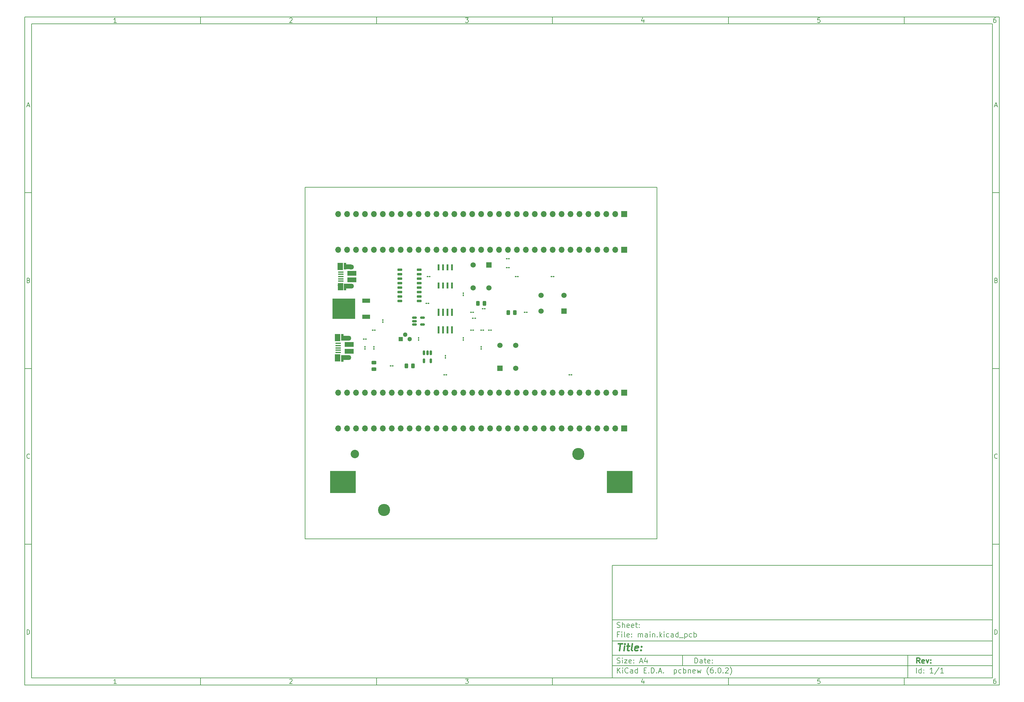
<source format=gbr>
%TF.GenerationSoftware,KiCad,Pcbnew,(6.0.2)*%
%TF.CreationDate,2022-03-19T17:29:52+02:00*%
%TF.ProjectId,main,6d61696e-2e6b-4696-9361-645f70636258,rev?*%
%TF.SameCoordinates,Original*%
%TF.FileFunction,Soldermask,Top*%
%TF.FilePolarity,Negative*%
%FSLAX46Y46*%
G04 Gerber Fmt 4.6, Leading zero omitted, Abs format (unit mm)*
G04 Created by KiCad (PCBNEW (6.0.2)) date 2022-03-19 17:29:52*
%MOMM*%
%LPD*%
G01*
G04 APERTURE LIST*
G04 Aperture macros list*
%AMRoundRect*
0 Rectangle with rounded corners*
0 $1 Rounding radius*
0 $2 $3 $4 $5 $6 $7 $8 $9 X,Y pos of 4 corners*
0 Add a 4 corners polygon primitive as box body*
4,1,4,$2,$3,$4,$5,$6,$7,$8,$9,$2,$3,0*
0 Add four circle primitives for the rounded corners*
1,1,$1+$1,$2,$3*
1,1,$1+$1,$4,$5*
1,1,$1+$1,$6,$7*
1,1,$1+$1,$8,$9*
0 Add four rect primitives between the rounded corners*
20,1,$1+$1,$2,$3,$4,$5,0*
20,1,$1+$1,$4,$5,$6,$7,0*
20,1,$1+$1,$6,$7,$8,$9,0*
20,1,$1+$1,$8,$9,$2,$3,0*%
G04 Aperture macros list end*
%ADD10C,0.100000*%
%ADD11C,0.150000*%
%ADD12C,0.300000*%
%ADD13C,0.400000*%
%TA.AperFunction,Profile*%
%ADD14C,0.150000*%
%TD*%
%ADD15RoundRect,0.100000X-0.130000X-0.100000X0.130000X-0.100000X0.130000X0.100000X-0.130000X0.100000X0*%
%ADD16RoundRect,0.150000X-0.150000X0.512500X-0.150000X-0.512500X0.150000X-0.512500X0.150000X0.512500X0*%
%ADD17RoundRect,0.100000X0.130000X0.100000X-0.130000X0.100000X-0.130000X-0.100000X0.130000X-0.100000X0*%
%ADD18RoundRect,0.049600X-0.605400X-0.260400X0.605400X-0.260400X0.605400X0.260400X-0.605400X0.260400X0*%
%ADD19RoundRect,0.150000X-0.512500X-0.150000X0.512500X-0.150000X0.512500X0.150000X-0.512500X0.150000X0*%
%ADD20RoundRect,0.243750X0.243750X0.456250X-0.243750X0.456250X-0.243750X-0.456250X0.243750X-0.456250X0*%
%ADD21R,1.650000X0.400000*%
%ADD22R,0.700000X1.825000*%
%ADD23O,1.700000X1.350000*%
%ADD24O,1.500000X1.100000*%
%ADD25R,2.500000X1.430000*%
%ADD26R,2.000000X1.350000*%
%ADD27R,1.500000X2.000000*%
%ADD28RoundRect,0.100000X0.100000X-0.130000X0.100000X0.130000X-0.100000X0.130000X-0.100000X-0.130000X0*%
%ADD29RoundRect,0.039900X0.245100X-0.945100X0.245100X0.945100X-0.245100X0.945100X-0.245100X-0.945100X0*%
%ADD30C,1.498000*%
%ADD31R,1.498000X1.498000*%
%ADD32R,1.700000X1.700000*%
%ADD33O,1.700000X1.700000*%
%ADD34R,0.533400X1.701800*%
%ADD35RoundRect,0.243750X-0.243750X-0.456250X0.243750X-0.456250X0.243750X0.456250X-0.243750X0.456250X0*%
%ADD36RoundRect,0.100000X-0.100000X0.130000X-0.100000X-0.130000X0.100000X-0.130000X0.100000X0.130000X0*%
%ADD37RoundRect,0.243750X0.456250X-0.243750X0.456250X0.243750X-0.456250X0.243750X-0.456250X-0.243750X0*%
%ADD38R,7.340000X6.350000*%
%ADD39C,2.390000*%
%ADD40C,3.450000*%
%ADD41R,1.300000X1.300000*%
%ADD42C,1.300000*%
%ADD43R,2.200000X1.200000*%
%ADD44R,6.400000X5.800000*%
G04 APERTURE END LIST*
D10*
D11*
X177002200Y-166007200D02*
X177002200Y-198007200D01*
X285002200Y-198007200D01*
X285002200Y-166007200D01*
X177002200Y-166007200D01*
D10*
D11*
X10000000Y-10000000D02*
X10000000Y-200007200D01*
X287002200Y-200007200D01*
X287002200Y-10000000D01*
X10000000Y-10000000D01*
D10*
D11*
X12000000Y-12000000D02*
X12000000Y-198007200D01*
X285002200Y-198007200D01*
X285002200Y-12000000D01*
X12000000Y-12000000D01*
D10*
D11*
X60000000Y-12000000D02*
X60000000Y-10000000D01*
D10*
D11*
X110000000Y-12000000D02*
X110000000Y-10000000D01*
D10*
D11*
X160000000Y-12000000D02*
X160000000Y-10000000D01*
D10*
D11*
X210000000Y-12000000D02*
X210000000Y-10000000D01*
D10*
D11*
X260000000Y-12000000D02*
X260000000Y-10000000D01*
D10*
D11*
X36065476Y-11588095D02*
X35322619Y-11588095D01*
X35694047Y-11588095D02*
X35694047Y-10288095D01*
X35570238Y-10473809D01*
X35446428Y-10597619D01*
X35322619Y-10659523D01*
D10*
D11*
X85322619Y-10411904D02*
X85384523Y-10350000D01*
X85508333Y-10288095D01*
X85817857Y-10288095D01*
X85941666Y-10350000D01*
X86003571Y-10411904D01*
X86065476Y-10535714D01*
X86065476Y-10659523D01*
X86003571Y-10845238D01*
X85260714Y-11588095D01*
X86065476Y-11588095D01*
D10*
D11*
X135260714Y-10288095D02*
X136065476Y-10288095D01*
X135632142Y-10783333D01*
X135817857Y-10783333D01*
X135941666Y-10845238D01*
X136003571Y-10907142D01*
X136065476Y-11030952D01*
X136065476Y-11340476D01*
X136003571Y-11464285D01*
X135941666Y-11526190D01*
X135817857Y-11588095D01*
X135446428Y-11588095D01*
X135322619Y-11526190D01*
X135260714Y-11464285D01*
D10*
D11*
X185941666Y-10721428D02*
X185941666Y-11588095D01*
X185632142Y-10226190D02*
X185322619Y-11154761D01*
X186127380Y-11154761D01*
D10*
D11*
X236003571Y-10288095D02*
X235384523Y-10288095D01*
X235322619Y-10907142D01*
X235384523Y-10845238D01*
X235508333Y-10783333D01*
X235817857Y-10783333D01*
X235941666Y-10845238D01*
X236003571Y-10907142D01*
X236065476Y-11030952D01*
X236065476Y-11340476D01*
X236003571Y-11464285D01*
X235941666Y-11526190D01*
X235817857Y-11588095D01*
X235508333Y-11588095D01*
X235384523Y-11526190D01*
X235322619Y-11464285D01*
D10*
D11*
X285941666Y-10288095D02*
X285694047Y-10288095D01*
X285570238Y-10350000D01*
X285508333Y-10411904D01*
X285384523Y-10597619D01*
X285322619Y-10845238D01*
X285322619Y-11340476D01*
X285384523Y-11464285D01*
X285446428Y-11526190D01*
X285570238Y-11588095D01*
X285817857Y-11588095D01*
X285941666Y-11526190D01*
X286003571Y-11464285D01*
X286065476Y-11340476D01*
X286065476Y-11030952D01*
X286003571Y-10907142D01*
X285941666Y-10845238D01*
X285817857Y-10783333D01*
X285570238Y-10783333D01*
X285446428Y-10845238D01*
X285384523Y-10907142D01*
X285322619Y-11030952D01*
D10*
D11*
X60000000Y-198007200D02*
X60000000Y-200007200D01*
D10*
D11*
X110000000Y-198007200D02*
X110000000Y-200007200D01*
D10*
D11*
X160000000Y-198007200D02*
X160000000Y-200007200D01*
D10*
D11*
X210000000Y-198007200D02*
X210000000Y-200007200D01*
D10*
D11*
X260000000Y-198007200D02*
X260000000Y-200007200D01*
D10*
D11*
X36065476Y-199595295D02*
X35322619Y-199595295D01*
X35694047Y-199595295D02*
X35694047Y-198295295D01*
X35570238Y-198481009D01*
X35446428Y-198604819D01*
X35322619Y-198666723D01*
D10*
D11*
X85322619Y-198419104D02*
X85384523Y-198357200D01*
X85508333Y-198295295D01*
X85817857Y-198295295D01*
X85941666Y-198357200D01*
X86003571Y-198419104D01*
X86065476Y-198542914D01*
X86065476Y-198666723D01*
X86003571Y-198852438D01*
X85260714Y-199595295D01*
X86065476Y-199595295D01*
D10*
D11*
X135260714Y-198295295D02*
X136065476Y-198295295D01*
X135632142Y-198790533D01*
X135817857Y-198790533D01*
X135941666Y-198852438D01*
X136003571Y-198914342D01*
X136065476Y-199038152D01*
X136065476Y-199347676D01*
X136003571Y-199471485D01*
X135941666Y-199533390D01*
X135817857Y-199595295D01*
X135446428Y-199595295D01*
X135322619Y-199533390D01*
X135260714Y-199471485D01*
D10*
D11*
X185941666Y-198728628D02*
X185941666Y-199595295D01*
X185632142Y-198233390D02*
X185322619Y-199161961D01*
X186127380Y-199161961D01*
D10*
D11*
X236003571Y-198295295D02*
X235384523Y-198295295D01*
X235322619Y-198914342D01*
X235384523Y-198852438D01*
X235508333Y-198790533D01*
X235817857Y-198790533D01*
X235941666Y-198852438D01*
X236003571Y-198914342D01*
X236065476Y-199038152D01*
X236065476Y-199347676D01*
X236003571Y-199471485D01*
X235941666Y-199533390D01*
X235817857Y-199595295D01*
X235508333Y-199595295D01*
X235384523Y-199533390D01*
X235322619Y-199471485D01*
D10*
D11*
X285941666Y-198295295D02*
X285694047Y-198295295D01*
X285570238Y-198357200D01*
X285508333Y-198419104D01*
X285384523Y-198604819D01*
X285322619Y-198852438D01*
X285322619Y-199347676D01*
X285384523Y-199471485D01*
X285446428Y-199533390D01*
X285570238Y-199595295D01*
X285817857Y-199595295D01*
X285941666Y-199533390D01*
X286003571Y-199471485D01*
X286065476Y-199347676D01*
X286065476Y-199038152D01*
X286003571Y-198914342D01*
X285941666Y-198852438D01*
X285817857Y-198790533D01*
X285570238Y-198790533D01*
X285446428Y-198852438D01*
X285384523Y-198914342D01*
X285322619Y-199038152D01*
D10*
D11*
X10000000Y-60000000D02*
X12000000Y-60000000D01*
D10*
D11*
X10000000Y-110000000D02*
X12000000Y-110000000D01*
D10*
D11*
X10000000Y-160000000D02*
X12000000Y-160000000D01*
D10*
D11*
X10690476Y-35216666D02*
X11309523Y-35216666D01*
X10566666Y-35588095D02*
X11000000Y-34288095D01*
X11433333Y-35588095D01*
D10*
D11*
X11092857Y-84907142D02*
X11278571Y-84969047D01*
X11340476Y-85030952D01*
X11402380Y-85154761D01*
X11402380Y-85340476D01*
X11340476Y-85464285D01*
X11278571Y-85526190D01*
X11154761Y-85588095D01*
X10659523Y-85588095D01*
X10659523Y-84288095D01*
X11092857Y-84288095D01*
X11216666Y-84350000D01*
X11278571Y-84411904D01*
X11340476Y-84535714D01*
X11340476Y-84659523D01*
X11278571Y-84783333D01*
X11216666Y-84845238D01*
X11092857Y-84907142D01*
X10659523Y-84907142D01*
D10*
D11*
X11402380Y-135464285D02*
X11340476Y-135526190D01*
X11154761Y-135588095D01*
X11030952Y-135588095D01*
X10845238Y-135526190D01*
X10721428Y-135402380D01*
X10659523Y-135278571D01*
X10597619Y-135030952D01*
X10597619Y-134845238D01*
X10659523Y-134597619D01*
X10721428Y-134473809D01*
X10845238Y-134350000D01*
X11030952Y-134288095D01*
X11154761Y-134288095D01*
X11340476Y-134350000D01*
X11402380Y-134411904D01*
D10*
D11*
X10659523Y-185588095D02*
X10659523Y-184288095D01*
X10969047Y-184288095D01*
X11154761Y-184350000D01*
X11278571Y-184473809D01*
X11340476Y-184597619D01*
X11402380Y-184845238D01*
X11402380Y-185030952D01*
X11340476Y-185278571D01*
X11278571Y-185402380D01*
X11154761Y-185526190D01*
X10969047Y-185588095D01*
X10659523Y-185588095D01*
D10*
D11*
X287002200Y-60000000D02*
X285002200Y-60000000D01*
D10*
D11*
X287002200Y-110000000D02*
X285002200Y-110000000D01*
D10*
D11*
X287002200Y-160000000D02*
X285002200Y-160000000D01*
D10*
D11*
X285692676Y-35216666D02*
X286311723Y-35216666D01*
X285568866Y-35588095D02*
X286002200Y-34288095D01*
X286435533Y-35588095D01*
D10*
D11*
X286095057Y-84907142D02*
X286280771Y-84969047D01*
X286342676Y-85030952D01*
X286404580Y-85154761D01*
X286404580Y-85340476D01*
X286342676Y-85464285D01*
X286280771Y-85526190D01*
X286156961Y-85588095D01*
X285661723Y-85588095D01*
X285661723Y-84288095D01*
X286095057Y-84288095D01*
X286218866Y-84350000D01*
X286280771Y-84411904D01*
X286342676Y-84535714D01*
X286342676Y-84659523D01*
X286280771Y-84783333D01*
X286218866Y-84845238D01*
X286095057Y-84907142D01*
X285661723Y-84907142D01*
D10*
D11*
X286404580Y-135464285D02*
X286342676Y-135526190D01*
X286156961Y-135588095D01*
X286033152Y-135588095D01*
X285847438Y-135526190D01*
X285723628Y-135402380D01*
X285661723Y-135278571D01*
X285599819Y-135030952D01*
X285599819Y-134845238D01*
X285661723Y-134597619D01*
X285723628Y-134473809D01*
X285847438Y-134350000D01*
X286033152Y-134288095D01*
X286156961Y-134288095D01*
X286342676Y-134350000D01*
X286404580Y-134411904D01*
D10*
D11*
X285661723Y-185588095D02*
X285661723Y-184288095D01*
X285971247Y-184288095D01*
X286156961Y-184350000D01*
X286280771Y-184473809D01*
X286342676Y-184597619D01*
X286404580Y-184845238D01*
X286404580Y-185030952D01*
X286342676Y-185278571D01*
X286280771Y-185402380D01*
X286156961Y-185526190D01*
X285971247Y-185588095D01*
X285661723Y-185588095D01*
D10*
D11*
X200434342Y-193785771D02*
X200434342Y-192285771D01*
X200791485Y-192285771D01*
X201005771Y-192357200D01*
X201148628Y-192500057D01*
X201220057Y-192642914D01*
X201291485Y-192928628D01*
X201291485Y-193142914D01*
X201220057Y-193428628D01*
X201148628Y-193571485D01*
X201005771Y-193714342D01*
X200791485Y-193785771D01*
X200434342Y-193785771D01*
X202577200Y-193785771D02*
X202577200Y-193000057D01*
X202505771Y-192857200D01*
X202362914Y-192785771D01*
X202077200Y-192785771D01*
X201934342Y-192857200D01*
X202577200Y-193714342D02*
X202434342Y-193785771D01*
X202077200Y-193785771D01*
X201934342Y-193714342D01*
X201862914Y-193571485D01*
X201862914Y-193428628D01*
X201934342Y-193285771D01*
X202077200Y-193214342D01*
X202434342Y-193214342D01*
X202577200Y-193142914D01*
X203077200Y-192785771D02*
X203648628Y-192785771D01*
X203291485Y-192285771D02*
X203291485Y-193571485D01*
X203362914Y-193714342D01*
X203505771Y-193785771D01*
X203648628Y-193785771D01*
X204720057Y-193714342D02*
X204577200Y-193785771D01*
X204291485Y-193785771D01*
X204148628Y-193714342D01*
X204077200Y-193571485D01*
X204077200Y-193000057D01*
X204148628Y-192857200D01*
X204291485Y-192785771D01*
X204577200Y-192785771D01*
X204720057Y-192857200D01*
X204791485Y-193000057D01*
X204791485Y-193142914D01*
X204077200Y-193285771D01*
X205434342Y-193642914D02*
X205505771Y-193714342D01*
X205434342Y-193785771D01*
X205362914Y-193714342D01*
X205434342Y-193642914D01*
X205434342Y-193785771D01*
X205434342Y-192857200D02*
X205505771Y-192928628D01*
X205434342Y-193000057D01*
X205362914Y-192928628D01*
X205434342Y-192857200D01*
X205434342Y-193000057D01*
D10*
D11*
X177002200Y-194507200D02*
X285002200Y-194507200D01*
D10*
D11*
X178434342Y-196585771D02*
X178434342Y-195085771D01*
X179291485Y-196585771D02*
X178648628Y-195728628D01*
X179291485Y-195085771D02*
X178434342Y-195942914D01*
X179934342Y-196585771D02*
X179934342Y-195585771D01*
X179934342Y-195085771D02*
X179862914Y-195157200D01*
X179934342Y-195228628D01*
X180005771Y-195157200D01*
X179934342Y-195085771D01*
X179934342Y-195228628D01*
X181505771Y-196442914D02*
X181434342Y-196514342D01*
X181220057Y-196585771D01*
X181077200Y-196585771D01*
X180862914Y-196514342D01*
X180720057Y-196371485D01*
X180648628Y-196228628D01*
X180577200Y-195942914D01*
X180577200Y-195728628D01*
X180648628Y-195442914D01*
X180720057Y-195300057D01*
X180862914Y-195157200D01*
X181077200Y-195085771D01*
X181220057Y-195085771D01*
X181434342Y-195157200D01*
X181505771Y-195228628D01*
X182791485Y-196585771D02*
X182791485Y-195800057D01*
X182720057Y-195657200D01*
X182577200Y-195585771D01*
X182291485Y-195585771D01*
X182148628Y-195657200D01*
X182791485Y-196514342D02*
X182648628Y-196585771D01*
X182291485Y-196585771D01*
X182148628Y-196514342D01*
X182077200Y-196371485D01*
X182077200Y-196228628D01*
X182148628Y-196085771D01*
X182291485Y-196014342D01*
X182648628Y-196014342D01*
X182791485Y-195942914D01*
X184148628Y-196585771D02*
X184148628Y-195085771D01*
X184148628Y-196514342D02*
X184005771Y-196585771D01*
X183720057Y-196585771D01*
X183577200Y-196514342D01*
X183505771Y-196442914D01*
X183434342Y-196300057D01*
X183434342Y-195871485D01*
X183505771Y-195728628D01*
X183577200Y-195657200D01*
X183720057Y-195585771D01*
X184005771Y-195585771D01*
X184148628Y-195657200D01*
X186005771Y-195800057D02*
X186505771Y-195800057D01*
X186720057Y-196585771D02*
X186005771Y-196585771D01*
X186005771Y-195085771D01*
X186720057Y-195085771D01*
X187362914Y-196442914D02*
X187434342Y-196514342D01*
X187362914Y-196585771D01*
X187291485Y-196514342D01*
X187362914Y-196442914D01*
X187362914Y-196585771D01*
X188077200Y-196585771D02*
X188077200Y-195085771D01*
X188434342Y-195085771D01*
X188648628Y-195157200D01*
X188791485Y-195300057D01*
X188862914Y-195442914D01*
X188934342Y-195728628D01*
X188934342Y-195942914D01*
X188862914Y-196228628D01*
X188791485Y-196371485D01*
X188648628Y-196514342D01*
X188434342Y-196585771D01*
X188077200Y-196585771D01*
X189577200Y-196442914D02*
X189648628Y-196514342D01*
X189577200Y-196585771D01*
X189505771Y-196514342D01*
X189577200Y-196442914D01*
X189577200Y-196585771D01*
X190220057Y-196157200D02*
X190934342Y-196157200D01*
X190077200Y-196585771D02*
X190577200Y-195085771D01*
X191077200Y-196585771D01*
X191577200Y-196442914D02*
X191648628Y-196514342D01*
X191577200Y-196585771D01*
X191505771Y-196514342D01*
X191577200Y-196442914D01*
X191577200Y-196585771D01*
X194577200Y-195585771D02*
X194577200Y-197085771D01*
X194577200Y-195657200D02*
X194720057Y-195585771D01*
X195005771Y-195585771D01*
X195148628Y-195657200D01*
X195220057Y-195728628D01*
X195291485Y-195871485D01*
X195291485Y-196300057D01*
X195220057Y-196442914D01*
X195148628Y-196514342D01*
X195005771Y-196585771D01*
X194720057Y-196585771D01*
X194577200Y-196514342D01*
X196577200Y-196514342D02*
X196434342Y-196585771D01*
X196148628Y-196585771D01*
X196005771Y-196514342D01*
X195934342Y-196442914D01*
X195862914Y-196300057D01*
X195862914Y-195871485D01*
X195934342Y-195728628D01*
X196005771Y-195657200D01*
X196148628Y-195585771D01*
X196434342Y-195585771D01*
X196577200Y-195657200D01*
X197220057Y-196585771D02*
X197220057Y-195085771D01*
X197220057Y-195657200D02*
X197362914Y-195585771D01*
X197648628Y-195585771D01*
X197791485Y-195657200D01*
X197862914Y-195728628D01*
X197934342Y-195871485D01*
X197934342Y-196300057D01*
X197862914Y-196442914D01*
X197791485Y-196514342D01*
X197648628Y-196585771D01*
X197362914Y-196585771D01*
X197220057Y-196514342D01*
X198577200Y-195585771D02*
X198577200Y-196585771D01*
X198577200Y-195728628D02*
X198648628Y-195657200D01*
X198791485Y-195585771D01*
X199005771Y-195585771D01*
X199148628Y-195657200D01*
X199220057Y-195800057D01*
X199220057Y-196585771D01*
X200505771Y-196514342D02*
X200362914Y-196585771D01*
X200077200Y-196585771D01*
X199934342Y-196514342D01*
X199862914Y-196371485D01*
X199862914Y-195800057D01*
X199934342Y-195657200D01*
X200077200Y-195585771D01*
X200362914Y-195585771D01*
X200505771Y-195657200D01*
X200577200Y-195800057D01*
X200577200Y-195942914D01*
X199862914Y-196085771D01*
X201077200Y-195585771D02*
X201362914Y-196585771D01*
X201648628Y-195871485D01*
X201934342Y-196585771D01*
X202220057Y-195585771D01*
X204362914Y-197157200D02*
X204291485Y-197085771D01*
X204148628Y-196871485D01*
X204077200Y-196728628D01*
X204005771Y-196514342D01*
X203934342Y-196157200D01*
X203934342Y-195871485D01*
X204005771Y-195514342D01*
X204077200Y-195300057D01*
X204148628Y-195157200D01*
X204291485Y-194942914D01*
X204362914Y-194871485D01*
X205577200Y-195085771D02*
X205291485Y-195085771D01*
X205148628Y-195157200D01*
X205077200Y-195228628D01*
X204934342Y-195442914D01*
X204862914Y-195728628D01*
X204862914Y-196300057D01*
X204934342Y-196442914D01*
X205005771Y-196514342D01*
X205148628Y-196585771D01*
X205434342Y-196585771D01*
X205577200Y-196514342D01*
X205648628Y-196442914D01*
X205720057Y-196300057D01*
X205720057Y-195942914D01*
X205648628Y-195800057D01*
X205577200Y-195728628D01*
X205434342Y-195657200D01*
X205148628Y-195657200D01*
X205005771Y-195728628D01*
X204934342Y-195800057D01*
X204862914Y-195942914D01*
X206362914Y-196442914D02*
X206434342Y-196514342D01*
X206362914Y-196585771D01*
X206291485Y-196514342D01*
X206362914Y-196442914D01*
X206362914Y-196585771D01*
X207362914Y-195085771D02*
X207505771Y-195085771D01*
X207648628Y-195157200D01*
X207720057Y-195228628D01*
X207791485Y-195371485D01*
X207862914Y-195657200D01*
X207862914Y-196014342D01*
X207791485Y-196300057D01*
X207720057Y-196442914D01*
X207648628Y-196514342D01*
X207505771Y-196585771D01*
X207362914Y-196585771D01*
X207220057Y-196514342D01*
X207148628Y-196442914D01*
X207077200Y-196300057D01*
X207005771Y-196014342D01*
X207005771Y-195657200D01*
X207077200Y-195371485D01*
X207148628Y-195228628D01*
X207220057Y-195157200D01*
X207362914Y-195085771D01*
X208505771Y-196442914D02*
X208577200Y-196514342D01*
X208505771Y-196585771D01*
X208434342Y-196514342D01*
X208505771Y-196442914D01*
X208505771Y-196585771D01*
X209148628Y-195228628D02*
X209220057Y-195157200D01*
X209362914Y-195085771D01*
X209720057Y-195085771D01*
X209862914Y-195157200D01*
X209934342Y-195228628D01*
X210005771Y-195371485D01*
X210005771Y-195514342D01*
X209934342Y-195728628D01*
X209077200Y-196585771D01*
X210005771Y-196585771D01*
X210505771Y-197157200D02*
X210577200Y-197085771D01*
X210720057Y-196871485D01*
X210791485Y-196728628D01*
X210862914Y-196514342D01*
X210934342Y-196157200D01*
X210934342Y-195871485D01*
X210862914Y-195514342D01*
X210791485Y-195300057D01*
X210720057Y-195157200D01*
X210577200Y-194942914D01*
X210505771Y-194871485D01*
D10*
D11*
X177002200Y-191507200D02*
X285002200Y-191507200D01*
D10*
D12*
X264411485Y-193785771D02*
X263911485Y-193071485D01*
X263554342Y-193785771D02*
X263554342Y-192285771D01*
X264125771Y-192285771D01*
X264268628Y-192357200D01*
X264340057Y-192428628D01*
X264411485Y-192571485D01*
X264411485Y-192785771D01*
X264340057Y-192928628D01*
X264268628Y-193000057D01*
X264125771Y-193071485D01*
X263554342Y-193071485D01*
X265625771Y-193714342D02*
X265482914Y-193785771D01*
X265197200Y-193785771D01*
X265054342Y-193714342D01*
X264982914Y-193571485D01*
X264982914Y-193000057D01*
X265054342Y-192857200D01*
X265197200Y-192785771D01*
X265482914Y-192785771D01*
X265625771Y-192857200D01*
X265697200Y-193000057D01*
X265697200Y-193142914D01*
X264982914Y-193285771D01*
X266197200Y-192785771D02*
X266554342Y-193785771D01*
X266911485Y-192785771D01*
X267482914Y-193642914D02*
X267554342Y-193714342D01*
X267482914Y-193785771D01*
X267411485Y-193714342D01*
X267482914Y-193642914D01*
X267482914Y-193785771D01*
X267482914Y-192857200D02*
X267554342Y-192928628D01*
X267482914Y-193000057D01*
X267411485Y-192928628D01*
X267482914Y-192857200D01*
X267482914Y-193000057D01*
D10*
D11*
X178362914Y-193714342D02*
X178577200Y-193785771D01*
X178934342Y-193785771D01*
X179077200Y-193714342D01*
X179148628Y-193642914D01*
X179220057Y-193500057D01*
X179220057Y-193357200D01*
X179148628Y-193214342D01*
X179077200Y-193142914D01*
X178934342Y-193071485D01*
X178648628Y-193000057D01*
X178505771Y-192928628D01*
X178434342Y-192857200D01*
X178362914Y-192714342D01*
X178362914Y-192571485D01*
X178434342Y-192428628D01*
X178505771Y-192357200D01*
X178648628Y-192285771D01*
X179005771Y-192285771D01*
X179220057Y-192357200D01*
X179862914Y-193785771D02*
X179862914Y-192785771D01*
X179862914Y-192285771D02*
X179791485Y-192357200D01*
X179862914Y-192428628D01*
X179934342Y-192357200D01*
X179862914Y-192285771D01*
X179862914Y-192428628D01*
X180434342Y-192785771D02*
X181220057Y-192785771D01*
X180434342Y-193785771D01*
X181220057Y-193785771D01*
X182362914Y-193714342D02*
X182220057Y-193785771D01*
X181934342Y-193785771D01*
X181791485Y-193714342D01*
X181720057Y-193571485D01*
X181720057Y-193000057D01*
X181791485Y-192857200D01*
X181934342Y-192785771D01*
X182220057Y-192785771D01*
X182362914Y-192857200D01*
X182434342Y-193000057D01*
X182434342Y-193142914D01*
X181720057Y-193285771D01*
X183077200Y-193642914D02*
X183148628Y-193714342D01*
X183077200Y-193785771D01*
X183005771Y-193714342D01*
X183077200Y-193642914D01*
X183077200Y-193785771D01*
X183077200Y-192857200D02*
X183148628Y-192928628D01*
X183077200Y-193000057D01*
X183005771Y-192928628D01*
X183077200Y-192857200D01*
X183077200Y-193000057D01*
X184862914Y-193357200D02*
X185577200Y-193357200D01*
X184720057Y-193785771D02*
X185220057Y-192285771D01*
X185720057Y-193785771D01*
X186862914Y-192785771D02*
X186862914Y-193785771D01*
X186505771Y-192214342D02*
X186148628Y-193285771D01*
X187077200Y-193285771D01*
D10*
D11*
X263434342Y-196585771D02*
X263434342Y-195085771D01*
X264791485Y-196585771D02*
X264791485Y-195085771D01*
X264791485Y-196514342D02*
X264648628Y-196585771D01*
X264362914Y-196585771D01*
X264220057Y-196514342D01*
X264148628Y-196442914D01*
X264077200Y-196300057D01*
X264077200Y-195871485D01*
X264148628Y-195728628D01*
X264220057Y-195657200D01*
X264362914Y-195585771D01*
X264648628Y-195585771D01*
X264791485Y-195657200D01*
X265505771Y-196442914D02*
X265577200Y-196514342D01*
X265505771Y-196585771D01*
X265434342Y-196514342D01*
X265505771Y-196442914D01*
X265505771Y-196585771D01*
X265505771Y-195657200D02*
X265577200Y-195728628D01*
X265505771Y-195800057D01*
X265434342Y-195728628D01*
X265505771Y-195657200D01*
X265505771Y-195800057D01*
X268148628Y-196585771D02*
X267291485Y-196585771D01*
X267720057Y-196585771D02*
X267720057Y-195085771D01*
X267577200Y-195300057D01*
X267434342Y-195442914D01*
X267291485Y-195514342D01*
X269862914Y-195014342D02*
X268577200Y-196942914D01*
X271148628Y-196585771D02*
X270291485Y-196585771D01*
X270720057Y-196585771D02*
X270720057Y-195085771D01*
X270577200Y-195300057D01*
X270434342Y-195442914D01*
X270291485Y-195514342D01*
D10*
D11*
X177002200Y-187507200D02*
X285002200Y-187507200D01*
D10*
D13*
X178714580Y-188211961D02*
X179857438Y-188211961D01*
X179036009Y-190211961D02*
X179286009Y-188211961D01*
X180274104Y-190211961D02*
X180440771Y-188878628D01*
X180524104Y-188211961D02*
X180416961Y-188307200D01*
X180500295Y-188402438D01*
X180607438Y-188307200D01*
X180524104Y-188211961D01*
X180500295Y-188402438D01*
X181107438Y-188878628D02*
X181869342Y-188878628D01*
X181476485Y-188211961D02*
X181262200Y-189926247D01*
X181333628Y-190116723D01*
X181512200Y-190211961D01*
X181702676Y-190211961D01*
X182655057Y-190211961D02*
X182476485Y-190116723D01*
X182405057Y-189926247D01*
X182619342Y-188211961D01*
X184190771Y-190116723D02*
X183988390Y-190211961D01*
X183607438Y-190211961D01*
X183428866Y-190116723D01*
X183357438Y-189926247D01*
X183452676Y-189164342D01*
X183571723Y-188973866D01*
X183774104Y-188878628D01*
X184155057Y-188878628D01*
X184333628Y-188973866D01*
X184405057Y-189164342D01*
X184381247Y-189354819D01*
X183405057Y-189545295D01*
X185155057Y-190021485D02*
X185238390Y-190116723D01*
X185131247Y-190211961D01*
X185047914Y-190116723D01*
X185155057Y-190021485D01*
X185131247Y-190211961D01*
X185286009Y-188973866D02*
X185369342Y-189069104D01*
X185262200Y-189164342D01*
X185178866Y-189069104D01*
X185286009Y-188973866D01*
X185262200Y-189164342D01*
D10*
D11*
X178934342Y-185600057D02*
X178434342Y-185600057D01*
X178434342Y-186385771D02*
X178434342Y-184885771D01*
X179148628Y-184885771D01*
X179720057Y-186385771D02*
X179720057Y-185385771D01*
X179720057Y-184885771D02*
X179648628Y-184957200D01*
X179720057Y-185028628D01*
X179791485Y-184957200D01*
X179720057Y-184885771D01*
X179720057Y-185028628D01*
X180648628Y-186385771D02*
X180505771Y-186314342D01*
X180434342Y-186171485D01*
X180434342Y-184885771D01*
X181791485Y-186314342D02*
X181648628Y-186385771D01*
X181362914Y-186385771D01*
X181220057Y-186314342D01*
X181148628Y-186171485D01*
X181148628Y-185600057D01*
X181220057Y-185457200D01*
X181362914Y-185385771D01*
X181648628Y-185385771D01*
X181791485Y-185457200D01*
X181862914Y-185600057D01*
X181862914Y-185742914D01*
X181148628Y-185885771D01*
X182505771Y-186242914D02*
X182577200Y-186314342D01*
X182505771Y-186385771D01*
X182434342Y-186314342D01*
X182505771Y-186242914D01*
X182505771Y-186385771D01*
X182505771Y-185457200D02*
X182577200Y-185528628D01*
X182505771Y-185600057D01*
X182434342Y-185528628D01*
X182505771Y-185457200D01*
X182505771Y-185600057D01*
X184362914Y-186385771D02*
X184362914Y-185385771D01*
X184362914Y-185528628D02*
X184434342Y-185457200D01*
X184577200Y-185385771D01*
X184791485Y-185385771D01*
X184934342Y-185457200D01*
X185005771Y-185600057D01*
X185005771Y-186385771D01*
X185005771Y-185600057D02*
X185077200Y-185457200D01*
X185220057Y-185385771D01*
X185434342Y-185385771D01*
X185577200Y-185457200D01*
X185648628Y-185600057D01*
X185648628Y-186385771D01*
X187005771Y-186385771D02*
X187005771Y-185600057D01*
X186934342Y-185457200D01*
X186791485Y-185385771D01*
X186505771Y-185385771D01*
X186362914Y-185457200D01*
X187005771Y-186314342D02*
X186862914Y-186385771D01*
X186505771Y-186385771D01*
X186362914Y-186314342D01*
X186291485Y-186171485D01*
X186291485Y-186028628D01*
X186362914Y-185885771D01*
X186505771Y-185814342D01*
X186862914Y-185814342D01*
X187005771Y-185742914D01*
X187720057Y-186385771D02*
X187720057Y-185385771D01*
X187720057Y-184885771D02*
X187648628Y-184957200D01*
X187720057Y-185028628D01*
X187791485Y-184957200D01*
X187720057Y-184885771D01*
X187720057Y-185028628D01*
X188434342Y-185385771D02*
X188434342Y-186385771D01*
X188434342Y-185528628D02*
X188505771Y-185457200D01*
X188648628Y-185385771D01*
X188862914Y-185385771D01*
X189005771Y-185457200D01*
X189077200Y-185600057D01*
X189077200Y-186385771D01*
X189791485Y-186242914D02*
X189862914Y-186314342D01*
X189791485Y-186385771D01*
X189720057Y-186314342D01*
X189791485Y-186242914D01*
X189791485Y-186385771D01*
X190505771Y-186385771D02*
X190505771Y-184885771D01*
X190648628Y-185814342D02*
X191077200Y-186385771D01*
X191077200Y-185385771D02*
X190505771Y-185957200D01*
X191720057Y-186385771D02*
X191720057Y-185385771D01*
X191720057Y-184885771D02*
X191648628Y-184957200D01*
X191720057Y-185028628D01*
X191791485Y-184957200D01*
X191720057Y-184885771D01*
X191720057Y-185028628D01*
X193077200Y-186314342D02*
X192934342Y-186385771D01*
X192648628Y-186385771D01*
X192505771Y-186314342D01*
X192434342Y-186242914D01*
X192362914Y-186100057D01*
X192362914Y-185671485D01*
X192434342Y-185528628D01*
X192505771Y-185457200D01*
X192648628Y-185385771D01*
X192934342Y-185385771D01*
X193077200Y-185457200D01*
X194362914Y-186385771D02*
X194362914Y-185600057D01*
X194291485Y-185457200D01*
X194148628Y-185385771D01*
X193862914Y-185385771D01*
X193720057Y-185457200D01*
X194362914Y-186314342D02*
X194220057Y-186385771D01*
X193862914Y-186385771D01*
X193720057Y-186314342D01*
X193648628Y-186171485D01*
X193648628Y-186028628D01*
X193720057Y-185885771D01*
X193862914Y-185814342D01*
X194220057Y-185814342D01*
X194362914Y-185742914D01*
X195720057Y-186385771D02*
X195720057Y-184885771D01*
X195720057Y-186314342D02*
X195577200Y-186385771D01*
X195291485Y-186385771D01*
X195148628Y-186314342D01*
X195077200Y-186242914D01*
X195005771Y-186100057D01*
X195005771Y-185671485D01*
X195077200Y-185528628D01*
X195148628Y-185457200D01*
X195291485Y-185385771D01*
X195577200Y-185385771D01*
X195720057Y-185457200D01*
X196077200Y-186528628D02*
X197220057Y-186528628D01*
X197577200Y-185385771D02*
X197577200Y-186885771D01*
X197577200Y-185457200D02*
X197720057Y-185385771D01*
X198005771Y-185385771D01*
X198148628Y-185457200D01*
X198220057Y-185528628D01*
X198291485Y-185671485D01*
X198291485Y-186100057D01*
X198220057Y-186242914D01*
X198148628Y-186314342D01*
X198005771Y-186385771D01*
X197720057Y-186385771D01*
X197577200Y-186314342D01*
X199577200Y-186314342D02*
X199434342Y-186385771D01*
X199148628Y-186385771D01*
X199005771Y-186314342D01*
X198934342Y-186242914D01*
X198862914Y-186100057D01*
X198862914Y-185671485D01*
X198934342Y-185528628D01*
X199005771Y-185457200D01*
X199148628Y-185385771D01*
X199434342Y-185385771D01*
X199577200Y-185457200D01*
X200220057Y-186385771D02*
X200220057Y-184885771D01*
X200220057Y-185457200D02*
X200362914Y-185385771D01*
X200648628Y-185385771D01*
X200791485Y-185457200D01*
X200862914Y-185528628D01*
X200934342Y-185671485D01*
X200934342Y-186100057D01*
X200862914Y-186242914D01*
X200791485Y-186314342D01*
X200648628Y-186385771D01*
X200362914Y-186385771D01*
X200220057Y-186314342D01*
D10*
D11*
X177002200Y-181507200D02*
X285002200Y-181507200D01*
D10*
D11*
X178362914Y-183614342D02*
X178577200Y-183685771D01*
X178934342Y-183685771D01*
X179077200Y-183614342D01*
X179148628Y-183542914D01*
X179220057Y-183400057D01*
X179220057Y-183257200D01*
X179148628Y-183114342D01*
X179077200Y-183042914D01*
X178934342Y-182971485D01*
X178648628Y-182900057D01*
X178505771Y-182828628D01*
X178434342Y-182757200D01*
X178362914Y-182614342D01*
X178362914Y-182471485D01*
X178434342Y-182328628D01*
X178505771Y-182257200D01*
X178648628Y-182185771D01*
X179005771Y-182185771D01*
X179220057Y-182257200D01*
X179862914Y-183685771D02*
X179862914Y-182185771D01*
X180505771Y-183685771D02*
X180505771Y-182900057D01*
X180434342Y-182757200D01*
X180291485Y-182685771D01*
X180077200Y-182685771D01*
X179934342Y-182757200D01*
X179862914Y-182828628D01*
X181791485Y-183614342D02*
X181648628Y-183685771D01*
X181362914Y-183685771D01*
X181220057Y-183614342D01*
X181148628Y-183471485D01*
X181148628Y-182900057D01*
X181220057Y-182757200D01*
X181362914Y-182685771D01*
X181648628Y-182685771D01*
X181791485Y-182757200D01*
X181862914Y-182900057D01*
X181862914Y-183042914D01*
X181148628Y-183185771D01*
X183077200Y-183614342D02*
X182934342Y-183685771D01*
X182648628Y-183685771D01*
X182505771Y-183614342D01*
X182434342Y-183471485D01*
X182434342Y-182900057D01*
X182505771Y-182757200D01*
X182648628Y-182685771D01*
X182934342Y-182685771D01*
X183077200Y-182757200D01*
X183148628Y-182900057D01*
X183148628Y-183042914D01*
X182434342Y-183185771D01*
X183577200Y-182685771D02*
X184148628Y-182685771D01*
X183791485Y-182185771D02*
X183791485Y-183471485D01*
X183862914Y-183614342D01*
X184005771Y-183685771D01*
X184148628Y-183685771D01*
X184648628Y-183542914D02*
X184720057Y-183614342D01*
X184648628Y-183685771D01*
X184577200Y-183614342D01*
X184648628Y-183542914D01*
X184648628Y-183685771D01*
X184648628Y-182757200D02*
X184720057Y-182828628D01*
X184648628Y-182900057D01*
X184577200Y-182828628D01*
X184648628Y-182757200D01*
X184648628Y-182900057D01*
D10*
D12*
D10*
D11*
D10*
D11*
D10*
D11*
D10*
D11*
D10*
D11*
X197002200Y-191507200D02*
X197002200Y-194507200D01*
D10*
D11*
X261002200Y-191507200D02*
X261002200Y-198007200D01*
D14*
X189700000Y-58420000D02*
X189700000Y-158420000D01*
X89700000Y-58420000D02*
X189700000Y-58420000D01*
X89700000Y-58420000D02*
X89700000Y-158420000D01*
X89700000Y-158420000D02*
X189700000Y-158420000D01*
D15*
%TO.C,R10*%
X147640000Y-78740000D03*
X147000000Y-78740000D03*
%TD*%
D16*
%TO.C,U2*%
X125410000Y-105542500D03*
X124460000Y-105542500D03*
X123510000Y-105542500D03*
X123510000Y-107817500D03*
X125410000Y-107817500D03*
%TD*%
D17*
%TO.C,R14*%
X159700000Y-83820000D03*
X160340000Y-83820000D03*
%TD*%
D18*
%TO.C,FTDI(UART)1*%
X116630000Y-81915000D03*
X116630000Y-83185000D03*
X116630000Y-84455000D03*
X116630000Y-85725000D03*
X116630000Y-86995000D03*
X116630000Y-88265000D03*
X116630000Y-89535000D03*
X116630000Y-90805000D03*
X122130000Y-90805000D03*
X122130000Y-89535000D03*
X122130000Y-88265000D03*
X122130000Y-86995000D03*
X122130000Y-85725000D03*
X122130000Y-84455000D03*
X122130000Y-83185000D03*
X122130000Y-81915000D03*
%TD*%
D15*
%TO.C,C2*%
X129860000Y-111760000D03*
X129220000Y-111760000D03*
%TD*%
D19*
%TO.C,U1*%
X120782500Y-95570000D03*
X120782500Y-96520000D03*
X120782500Y-97470000D03*
X123057500Y-97470000D03*
X123057500Y-95570000D03*
%TD*%
D20*
%TO.C,D2*%
X120317500Y-109220000D03*
X118442500Y-109220000D03*
%TD*%
D21*
%TO.C,J6*%
X99835000Y-85145000D03*
X99835000Y-84495000D03*
X99835000Y-83845000D03*
X99835000Y-83195000D03*
X99835000Y-82545000D03*
D22*
X101035000Y-86795000D03*
D23*
X102715000Y-86575000D03*
D24*
X99715000Y-86265000D03*
D25*
X102985000Y-84805000D03*
D26*
X101785000Y-86575000D03*
D23*
X102715000Y-81115000D03*
D27*
X99735000Y-86695000D03*
D22*
X101035000Y-80845000D03*
D24*
X99715000Y-81425000D03*
D27*
X99715000Y-80945000D03*
D25*
X102985000Y-82885000D03*
D26*
X101785000Y-81095000D03*
%TD*%
D21*
%TO.C,J5*%
X99060000Y-105440000D03*
X99060000Y-104790000D03*
X99060000Y-104140000D03*
X99060000Y-103490000D03*
X99060000Y-102840000D03*
D23*
X101940000Y-101410000D03*
D26*
X101010000Y-106870000D03*
D22*
X100260000Y-107090000D03*
D23*
X101940000Y-106870000D03*
D27*
X98960000Y-106990000D03*
D22*
X100260000Y-101140000D03*
D25*
X102210000Y-105100000D03*
D24*
X98940000Y-101720000D03*
D27*
X98940000Y-101240000D03*
D24*
X98940000Y-106560000D03*
D26*
X101010000Y-101390000D03*
D25*
X102210000Y-103180000D03*
%TD*%
D28*
%TO.C,R18*%
X134620000Y-88580000D03*
X134620000Y-89220000D03*
%TD*%
D17*
%TO.C,R16*%
X136840000Y-93980000D03*
X137480000Y-93980000D03*
%TD*%
D15*
%TO.C,C1*%
X107000000Y-101600000D03*
X106360000Y-101600000D03*
%TD*%
D29*
%TO.C,EEPROM1*%
X127635000Y-98995000D03*
X128905000Y-98995000D03*
X130175000Y-98995000D03*
X131445000Y-98995000D03*
X131445000Y-94045000D03*
X130175000Y-94045000D03*
X128905000Y-94045000D03*
X127635000Y-94045000D03*
%TD*%
D15*
%TO.C,LDR1*%
X165420000Y-111760000D03*
X164780000Y-111760000D03*
%TD*%
D30*
%TO.C,SW1*%
X156770000Y-89190000D03*
X163270000Y-89190000D03*
X156770000Y-93690000D03*
D31*
X163270000Y-93690000D03*
%TD*%
D32*
%TO.C,J2*%
X180340000Y-76200000D03*
D33*
X177800000Y-76200000D03*
X175260000Y-76200000D03*
X172720000Y-76200000D03*
X170180000Y-76200000D03*
X167640000Y-76200000D03*
X165100000Y-76200000D03*
X162560000Y-76200000D03*
X160020000Y-76200000D03*
X157480000Y-76200000D03*
X154940000Y-76200000D03*
X152400000Y-76200000D03*
X149860000Y-76200000D03*
X147320000Y-76200000D03*
X144780000Y-76200000D03*
X142240000Y-76200000D03*
X139700000Y-76200000D03*
X137160000Y-76200000D03*
X134620000Y-76200000D03*
X132080000Y-76200000D03*
X129540000Y-76200000D03*
X127000000Y-76200000D03*
X124460000Y-76200000D03*
X121920000Y-76200000D03*
X119380000Y-76200000D03*
X116840000Y-76200000D03*
X114300000Y-76200000D03*
X111760000Y-76200000D03*
X109220000Y-76200000D03*
X106680000Y-76200000D03*
X104140000Y-76200000D03*
X101600000Y-76200000D03*
X99060000Y-76200000D03*
%TD*%
D15*
%TO.C,R12*%
X125125000Y-83820000D03*
X124485000Y-83820000D03*
%TD*%
D34*
%TO.C,TempSensor1*%
X127635000Y-86410800D03*
X128905000Y-86410800D03*
X130175000Y-86410800D03*
X131445000Y-86410800D03*
X131445000Y-81229200D03*
X130175000Y-81229200D03*
X128905000Y-81229200D03*
X127635000Y-81229200D03*
%TD*%
D15*
%TO.C,R17*%
X137480000Y-99060000D03*
X136840000Y-99060000D03*
%TD*%
D35*
%TO.C,LED1*%
X147456050Y-94116050D03*
X149331050Y-94116050D03*
%TD*%
D15*
%TO.C,R9*%
X152720000Y-93980000D03*
X152080000Y-93980000D03*
%TD*%
D32*
%TO.C,J1*%
X180340000Y-66040000D03*
D33*
X177800000Y-66040000D03*
X175260000Y-66040000D03*
X172720000Y-66040000D03*
X170180000Y-66040000D03*
X167640000Y-66040000D03*
X165100000Y-66040000D03*
X162560000Y-66040000D03*
X160020000Y-66040000D03*
X157480000Y-66040000D03*
X154940000Y-66040000D03*
X152400000Y-66040000D03*
X149860000Y-66040000D03*
X147320000Y-66040000D03*
X144780000Y-66040000D03*
X142240000Y-66040000D03*
X139700000Y-66040000D03*
X137160000Y-66040000D03*
X134620000Y-66040000D03*
X132080000Y-66040000D03*
X129540000Y-66040000D03*
X127000000Y-66040000D03*
X124460000Y-66040000D03*
X121920000Y-66040000D03*
X119380000Y-66040000D03*
X116840000Y-66040000D03*
X114300000Y-66040000D03*
X111760000Y-66040000D03*
X109220000Y-66040000D03*
X106680000Y-66040000D03*
X104140000Y-66040000D03*
X101600000Y-66040000D03*
X99060000Y-66040000D03*
%TD*%
D36*
%TO.C,R6*%
X121920000Y-101920000D03*
X121920000Y-101280000D03*
%TD*%
D28*
%TO.C,R4*%
X111760000Y-96200000D03*
X111760000Y-96840000D03*
%TD*%
D36*
%TO.C,R3*%
X109220000Y-104460000D03*
X109220000Y-103820000D03*
%TD*%
D15*
%TO.C,C5*%
X138020000Y-95730000D03*
X137380000Y-95730000D03*
%TD*%
D17*
%TO.C,R19*%
X139725000Y-99060000D03*
X140365000Y-99060000D03*
%TD*%
D15*
%TO.C,R13*%
X124780000Y-91440000D03*
X124140000Y-91440000D03*
%TD*%
D32*
%TO.C,J4*%
X180340000Y-127000000D03*
D33*
X177800000Y-127000000D03*
X175260000Y-127000000D03*
X172720000Y-127000000D03*
X170180000Y-127000000D03*
X167640000Y-127000000D03*
X165100000Y-127000000D03*
X162560000Y-127000000D03*
X160020000Y-127000000D03*
X157480000Y-127000000D03*
X154940000Y-127000000D03*
X152400000Y-127000000D03*
X149860000Y-127000000D03*
X147320000Y-127000000D03*
X144780000Y-127000000D03*
X142240000Y-127000000D03*
X139700000Y-127000000D03*
X137160000Y-127000000D03*
X134620000Y-127000000D03*
X132080000Y-127000000D03*
X129540000Y-127000000D03*
X127000000Y-127000000D03*
X124460000Y-127000000D03*
X121920000Y-127000000D03*
X119380000Y-127000000D03*
X116840000Y-127000000D03*
X114300000Y-127000000D03*
X111760000Y-127000000D03*
X109220000Y-127000000D03*
X106680000Y-127000000D03*
X104140000Y-127000000D03*
X101600000Y-127000000D03*
X99060000Y-127000000D03*
%TD*%
D17*
%TO.C,R15*%
X140142000Y-92964000D03*
X140782000Y-92964000D03*
%TD*%
D15*
%TO.C,C4*%
X142560000Y-99060000D03*
X141920000Y-99060000D03*
%TD*%
D28*
%TO.C,R1*%
X129540000Y-106360000D03*
X129540000Y-107000000D03*
%TD*%
D37*
%TO.C,D1*%
X109220000Y-110157500D03*
X109220000Y-108282500D03*
%TD*%
D36*
%TO.C,C3*%
X134620000Y-101920000D03*
X134620000Y-101280000D03*
%TD*%
D32*
%TO.C,J3*%
X180340000Y-116840000D03*
D33*
X177800000Y-116840000D03*
X175260000Y-116840000D03*
X172720000Y-116840000D03*
X170180000Y-116840000D03*
X167640000Y-116840000D03*
X165100000Y-116840000D03*
X162560000Y-116840000D03*
X160020000Y-116840000D03*
X157480000Y-116840000D03*
X154940000Y-116840000D03*
X152400000Y-116840000D03*
X149860000Y-116840000D03*
X147320000Y-116840000D03*
X144780000Y-116840000D03*
X142240000Y-116840000D03*
X139700000Y-116840000D03*
X137160000Y-116840000D03*
X134620000Y-116840000D03*
X132080000Y-116840000D03*
X129540000Y-116840000D03*
X127000000Y-116840000D03*
X124460000Y-116840000D03*
X121920000Y-116840000D03*
X119380000Y-116840000D03*
X116840000Y-116840000D03*
X114300000Y-116840000D03*
X111760000Y-116840000D03*
X109220000Y-116840000D03*
X106680000Y-116840000D03*
X104140000Y-116840000D03*
X101600000Y-116840000D03*
X99060000Y-116840000D03*
%TD*%
D28*
%TO.C,R11*%
X139700000Y-103820000D03*
X139700000Y-104460000D03*
%TD*%
D35*
%TO.C,D3*%
X140637500Y-91440000D03*
X138762500Y-91440000D03*
%TD*%
D36*
%TO.C,R2*%
X106680000Y-104460000D03*
X106680000Y-103820000D03*
%TD*%
D38*
%TO.C,BT1*%
X179097744Y-142267744D03*
X100437744Y-142267744D03*
D39*
X103837744Y-134267744D03*
D40*
X112167744Y-150267744D03*
X167367744Y-134267744D03*
%TD*%
D30*
%TO.C,SW2*%
X137450000Y-87070000D03*
X137450000Y-80570000D03*
X141950000Y-87070000D03*
D31*
X141950000Y-80570000D03*
%TD*%
D15*
%TO.C,LDR2*%
X150180000Y-83820000D03*
X149540000Y-83820000D03*
%TD*%
%TO.C,R7*%
X114620000Y-109220000D03*
X113980000Y-109220000D03*
%TD*%
%TO.C,R5*%
X109540000Y-99060000D03*
X108900000Y-99060000D03*
%TD*%
D41*
%TO.C,Q1*%
X116840000Y-101600000D03*
D42*
X118110000Y-100330000D03*
X119380000Y-101600000D03*
%TD*%
D15*
%TO.C,R8*%
X147640000Y-81280000D03*
X147000000Y-81280000D03*
%TD*%
D31*
%TO.C,SW3*%
X145070000Y-109930000D03*
D30*
X145070000Y-103430000D03*
X149570000Y-109930000D03*
X149570000Y-103430000D03*
%TD*%
D43*
%TO.C,VoltageRegulator1*%
X107035000Y-90685000D03*
D44*
X100735000Y-92965000D03*
D43*
X107035000Y-95245000D03*
%TD*%
M02*

</source>
